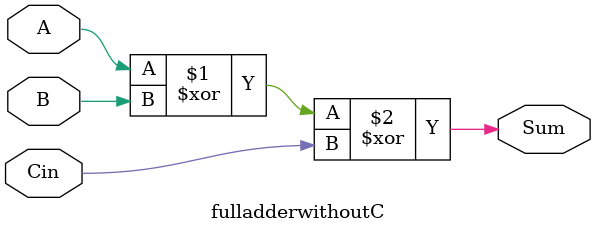
<source format=v>
`timescale 1ns / 1ps
module fulladderwithoutC(A,B,Cin,Sum);

	 input A,B,Cin;
    output Sum;

assign Sum = A^B^Cin;

endmodule

</source>
